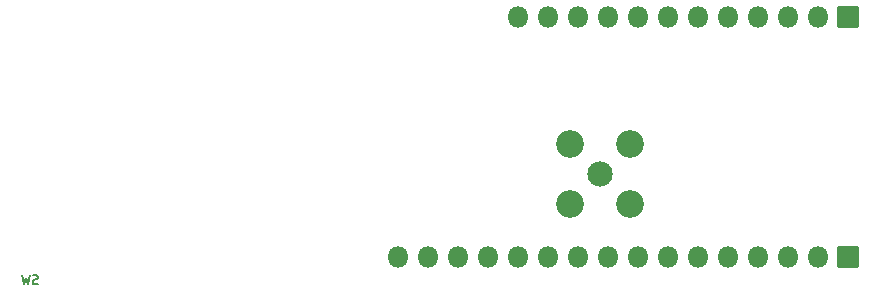
<source format=gbr>
G04 #@! TF.GenerationSoftware,KiCad,Pcbnew,(6.0.7-1)-1*
G04 #@! TF.CreationDate,2023-10-03T00:10:03-07:00*
G04 #@! TF.ProjectId,FeatherWing_KC5,46656174-6865-4725-9769-6e675f4b4335,rev?*
G04 #@! TF.SameCoordinates,Original*
G04 #@! TF.FileFunction,Soldermask,Bot*
G04 #@! TF.FilePolarity,Negative*
%FSLAX46Y46*%
G04 Gerber Fmt 4.6, Leading zero omitted, Abs format (unit mm)*
G04 Created by KiCad (PCBNEW (6.0.7-1)-1) date 2023-10-03 00:10:03*
%MOMM*%
%LPD*%
G01*
G04 APERTURE LIST*
G04 Aperture macros list*
%AMRoundRect*
0 Rectangle with rounded corners*
0 $1 Rounding radius*
0 $2 $3 $4 $5 $6 $7 $8 $9 X,Y pos of 4 corners*
0 Add a 4 corners polygon primitive as box body*
4,1,4,$2,$3,$4,$5,$6,$7,$8,$9,$2,$3,0*
0 Add four circle primitives for the rounded corners*
1,1,$1+$1,$2,$3*
1,1,$1+$1,$4,$5*
1,1,$1+$1,$6,$7*
1,1,$1+$1,$8,$9*
0 Add four rect primitives between the rounded corners*
20,1,$1+$1,$2,$3,$4,$5,0*
20,1,$1+$1,$4,$5,$6,$7,0*
20,1,$1+$1,$6,$7,$8,$9,0*
20,1,$1+$1,$8,$9,$2,$3,0*%
G04 Aperture macros list end*
%ADD10C,0.187500*%
%ADD11C,2.152000*%
%ADD12C,2.352000*%
%ADD13RoundRect,0.051000X0.850000X-0.850000X0.850000X0.850000X-0.850000X0.850000X-0.850000X-0.850000X0*%
%ADD14O,1.802000X1.802000*%
G04 APERTURE END LIST*
D10*
X48832857Y-68453571D02*
X48725714Y-68489285D01*
X48547142Y-68489285D01*
X48475714Y-68453571D01*
X48440000Y-68417857D01*
X48404285Y-68346428D01*
X48404285Y-68275000D01*
X48440000Y-68203571D01*
X48475714Y-68167857D01*
X48547142Y-68132142D01*
X48690000Y-68096428D01*
X48761428Y-68060714D01*
X48797142Y-68025000D01*
X48832857Y-67953571D01*
X48832857Y-67882142D01*
X48797142Y-67810714D01*
X48761428Y-67775000D01*
X48690000Y-67739285D01*
X48511428Y-67739285D01*
X48404285Y-67775000D01*
X48154285Y-67739285D02*
X47975714Y-68489285D01*
X47832857Y-67953571D01*
X47690000Y-68489285D01*
X47511428Y-67739285D01*
X48832857Y-68453571D02*
X48725714Y-68489285D01*
X48547142Y-68489285D01*
X48475714Y-68453571D01*
X48440000Y-68417857D01*
X48404285Y-68346428D01*
X48404285Y-68275000D01*
X48440000Y-68203571D01*
X48475714Y-68167857D01*
X48547142Y-68132142D01*
X48690000Y-68096428D01*
X48761428Y-68060714D01*
X48797142Y-68025000D01*
X48832857Y-67953571D01*
X48832857Y-67882142D01*
X48797142Y-67810714D01*
X48761428Y-67775000D01*
X48690000Y-67739285D01*
X48511428Y-67739285D01*
X48404285Y-67775000D01*
X48154285Y-67739285D02*
X47975714Y-68489285D01*
X47832857Y-67953571D01*
X47690000Y-68489285D01*
X47511428Y-67739285D01*
D11*
X96460000Y-59157500D03*
D12*
X99000000Y-61697500D03*
X99000000Y-56617500D03*
X93920000Y-61697500D03*
X93920000Y-56617500D03*
D13*
X117440000Y-66230000D03*
D14*
X114900000Y-66230000D03*
X112360000Y-66230000D03*
X109820000Y-66230000D03*
X107280000Y-66230000D03*
X104740000Y-66230000D03*
X102200000Y-66230000D03*
X99660000Y-66230000D03*
X97120000Y-66230000D03*
X94580000Y-66230000D03*
X92040000Y-66230000D03*
X89500000Y-66230000D03*
X86960000Y-66230000D03*
X84420000Y-66230000D03*
X81880000Y-66230000D03*
X79340000Y-66230000D03*
D13*
X117440000Y-45910000D03*
D14*
X114900000Y-45910000D03*
X112360000Y-45910000D03*
X109820000Y-45910000D03*
X107280000Y-45910000D03*
X104740000Y-45910000D03*
X102200000Y-45910000D03*
X99660000Y-45910000D03*
X97120000Y-45910000D03*
X94580000Y-45910000D03*
X92040000Y-45910000D03*
X89500000Y-45910000D03*
M02*

</source>
